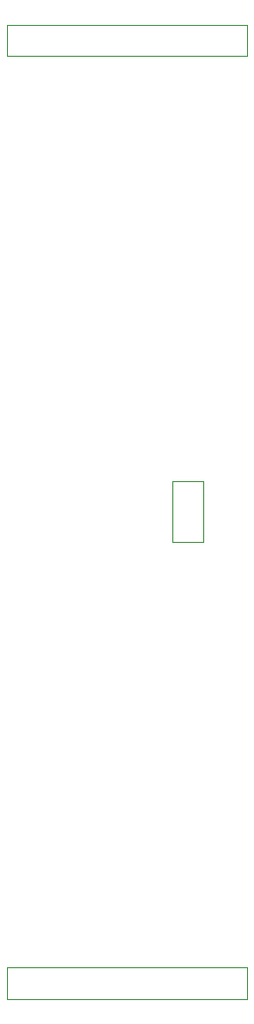
<source format=gbr>
%TF.GenerationSoftware,KiCad,Pcbnew,(6.0.1-0)*%
%TF.CreationDate,2024-02-14T13:59:27+01:00*%
%TF.ProjectId,dcload-power-board,64636c6f-6164-42d7-906f-7765722d626f,rev?*%
%TF.SameCoordinates,Original*%
%TF.FileFunction,Legend,Bot*%
%TF.FilePolarity,Positive*%
%FSLAX46Y46*%
G04 Gerber Fmt 4.6, Leading zero omitted, Abs format (unit mm)*
G04 Created by KiCad (PCBNEW (6.0.1-0)) date 2024-02-14 13:59:27*
%MOMM*%
%LPD*%
G01*
G04 APERTURE LIST*
%ADD10C,0.120000*%
G04 APERTURE END LIST*
D10*
%TO.C,J103*%
X160597500Y-97562500D02*
X157937500Y-97562500D01*
X157937500Y-92362500D02*
X160597500Y-92362500D01*
X157937500Y-97562500D02*
X157937500Y-92362500D01*
X160597500Y-92362500D02*
X160597500Y-97562500D01*
%TO.C,J100*%
X164330000Y-53600000D02*
X164330000Y-56260000D01*
X164330000Y-56260000D02*
X143890000Y-56260000D01*
X143890000Y-56260000D02*
X143890000Y-53600000D01*
X143890000Y-53600000D02*
X164330000Y-53600000D01*
%TO.C,J101*%
X164330000Y-133740000D02*
X164330000Y-136400000D01*
X164330000Y-136400000D02*
X143890000Y-136400000D01*
X143890000Y-133740000D02*
X164330000Y-133740000D01*
X143890000Y-136400000D02*
X143890000Y-133740000D01*
%TD*%
M02*

</source>
